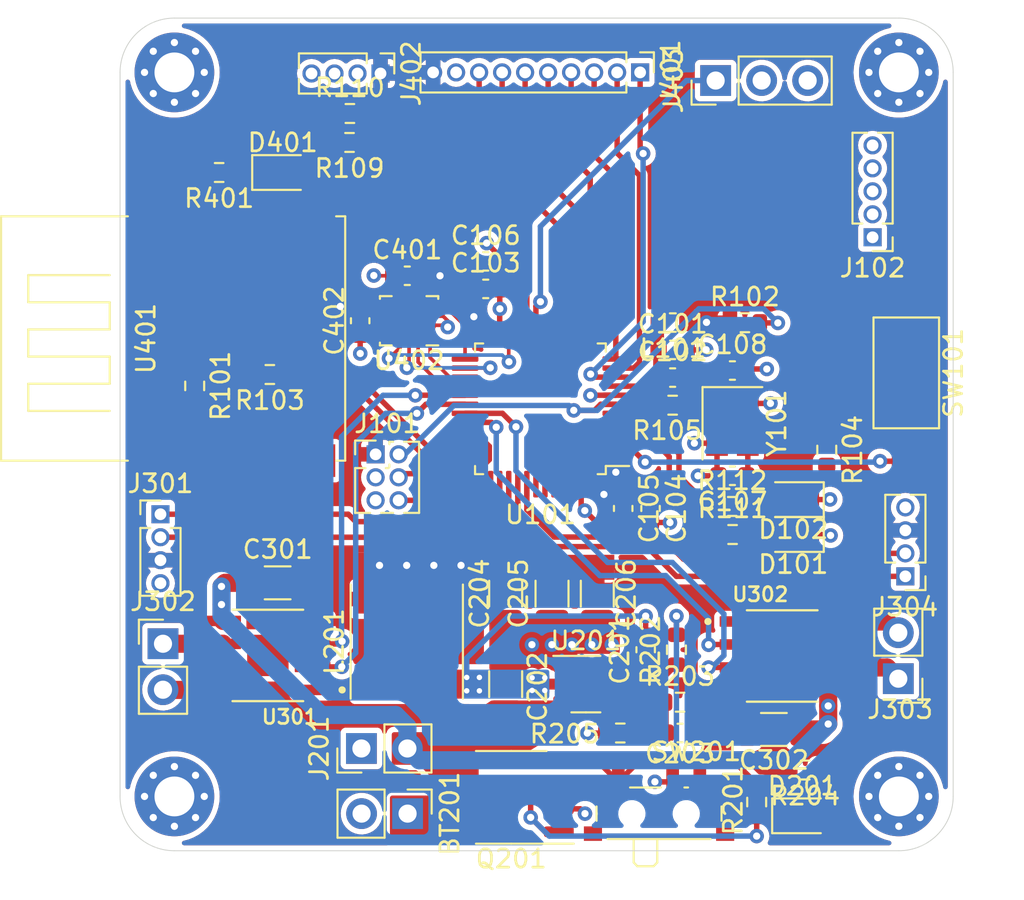
<source format=kicad_pcb>
(kicad_pcb (version 20211014) (generator pcbnew)
  (layers (0 "F.Cu" signal) (1 "In1.Cu" power) (2 "In2.Cu" power) (31 "B.Cu" signal) (34 "B.Paste" user) (35 "F.Paste" user) (36 "B.SilkS" user "B.Silkscreen") (37 "F.SilkS" user "F.Silkscreen") (38 "B.Mask" user) (39 "F.Mask" user) (44 "Edge.Cuts" user))
  (net 0 "")
  (net 1 "GND")
  (net 2 "+3V3")
  (net 3 "+3.3VA")
  (net 4 "OSC_IN")
  (net 5 "Net-(C108-Pad1)")
  (net 6 "+BATT")
  (net 7 "Net-(C201-Pad1)")
  (net 8 "Net-(C201-Pad2)")
  (net 9 "Net-(D102-Pad2)")
  (net 10 "Net-(D201-Pad2)")
  (net 11 "PA12")
  (net 12 "Net-(BT201-Pad1)")
  (net 13 "PA7")
  (net 14 "A_ENC_CHB")
  (net 15 "A_ENC_CHA")
  (net 16 "AOUT1")
  (net 17 "AOUT2")
  (net 18 "B_ENC_CHB")
  (net 19 "B_ENC_CHA")
  (net 20 "BOUT1")
  (net 21 "BOUT2")
  (net 22 "PA6")
  (net 23 "PB9")
  (net 24 "PB8")
  (net 25 "BATT_ADC")
  (net 26 "OSC_OUT")
  (net 27 "BOOT0")
  (net 28 "NRST")
  (net 29 "SWCLK")
  (net 30 "SWDIO")
  (net 31 "SENSOR_SEL")
  (net 32 "EN")
  (net 33 "I2C1_SDA")
  (net 34 "VFB")
  (net 35 "USER_BTN")
  (net 36 "I2C1_SCL")
  (net 37 "Net-(Q201-Pad1)")
  (net 39 "Net-(Q201-Pad4)")
  (net 40 "USER_LED1")
  (net 41 "USER_LED2")
  (net 43 "SPI1_SCK")
  (net 44 "SPI1_MISO")
  (net 45 "AIN1")
  (net 46 "AIN2")
  (net 47 "BIN2")
  (net 48 "BIN1")
  (net 49 "SPI1_MOSI")
  (net 52 "IMU_CS")
  (net 53 "USART1_TX")
  (net 54 "USART1_RX")
  (net 56 "IMU_INT")
  (net 62 "S5")
  (net 63 "S4")
  (net 64 "S3")
  (net 65 "S2")
  (net 66 "S1")
  (net 67 "S0")
  (net 68 "SENSOR_CTRL")
  (net 69 "Net-(D401-Pad1)")
  (net 71 "BT_LED")
  (net 72 "Net-(D101-Pad2)")
  (net 73 "EDF_PWM")
  (footprint "footprints:SOIC127P599X175-9N" (layer "F.Cu") (at 138.16 121.21 180)
    (fp_text reference "U301")
    (fp_text value "TB67H450FNG,EL")
  )
  (footprint "Capacitor_SMD:C_0603_1608Metric" (layer "F.Cu") (at 163.81 105.47)
    (fp_text reference "C108")
    (fp_text value "10pF")
  )
  (footprint "MountingHole:MountingHole_2.2mm_M2_Pad_Via" (layer "F.Cu") (at 133 89)
    (fp_text reference "H104" hide)
    (fp_text value "MountingHole_Pad")
  )
  (footprint "Capacitor_SMD:C_1206_3216Metric" (layer "F.Cu") (at 153.85 117.795 90)
    (fp_text reference "C205")
    (fp_text value "22uF")
  )
  (footprint "Connector_PinHeader_2.54mm:PinHeader_1x02_P2.54mm_Vertical" (layer "F.Cu") (at 145.875 129.95 -90)
    (fp_text reference "BT201")
    (fp_text value "2s-3s LiPo")
  )
  (footprint "Resistor_SMD:R_0603_1608Metric" (layer "F.Cu") (at 134.12 106.32 -90)
    (fp_text reference "R101")
    (fp_text value "10k")
  )
  (footprint "Capacitor_SMD:C_0603_1608Metric" (layer "F.Cu") (at 159.29 113.09 -90)
    (fp_text reference "C104")
    (fp_text value "100nF")
  )
  (footprint "Inductor_SMD:L_0603_1608Metric" (layer "F.Cu") (at 160.52 102.82 180)
    (fp_text reference "L101")
    (fp_text value "39nH")
  )
  (footprint "Connector_PinHeader_1.27mm:PinHeader_2x03_P1.27mm_Vertical" (layer "F.Cu") (at 144.11 110.1)
    (fp_text reference "J101")
    (fp_text value "SWD")
  )
  (footprint "MountingHole:MountingHole_2.2mm_M2_Pad_Via" (layer "F.Cu") (at 173 129)
    (fp_text reference "H102" hide)
    (fp_text value "MountingHole_Pad")
  )
  (footprint "Resistor_SMD:R_0603_1608Metric" (layer "F.Cu") (at 160.72 120.895 90)
    (fp_text reference "R202")
    (fp_text value "10k")
  )
  (footprint "Capacitor_SMD:C_0603_1608Metric" (layer "F.Cu") (at 157.78 113.09 -90)
    (fp_text reference "C105")
    (fp_text value "100nF")
  )
  (footprint "Connector_PinHeader_2.54mm:PinHeader_1x02_P2.54mm_Vertical" (layer "F.Cu") (at 132.37 120.565)
    (fp_text reference "J302")
    (fp_text value "MOTOR A")
  )
  (footprint "Resistor_SMD:R_0603_1608Metric" (layer "F.Cu") (at 163.8 112.98)
    (fp_text reference "R112")
    (fp_text value "200R")
  )
  (footprint "Resistor_SMD:R_0603_1608Metric" (layer "F.Cu") (at 142.67 92.87 180)
    (fp_text reference "R109")
    (fp_text value "2.2k")
  )
  (footprint "Package_QFP:LQFP-48_7x7mm_P0.5mm" (layer "F.Cu") (at 153.21 107.585 180)
    (fp_text reference "U101")
    (fp_text value "STM32F031C6Tx")
  )
  (footprint "Inductor_SMD:L_Taiyo-Yuden_NR-60xx" (layer "F.Cu") (at 145.83 120.445 90)
    (fp_text reference "L201")
    (fp_text value "SRP5030T-3R3M")
  )
  (footprint "Resistor_SMD:R_0603_1608Metric" (layer "F.Cu") (at 169.02 109.86 -90)
    (fp_text reference "R104")
    (fp_text value "10k")
  )
  (footprint "Capacitor_SMD:C_0603_1608Metric" (layer "F.Cu") (at 163.81 111.285 180)
    (fp_text reference "C107")
    (fp_text value "10pF")
  )
  (footprint "MountingHole:MountingHole_2.2mm_M2_Pad_Via" (layer "F.Cu") (at 173 89)
    (fp_text reference "H103" hide)
    (fp_text value "MountingHole_Pad")
  )
  (footprint "Button_Switch_SMD:SW_SPDT_PCM12" (layer "F.Cu") (at 159.76 129.625)
    (fp_text reference "SW201")
    (fp_text value "SW_SPDT")
  )
  (footprint "Connector_PinHeader_1.27mm:PinHeader_1x05_P1.27mm_Vertical" (layer "F.Cu") (at 171.55 98.11 180)
    (fp_text reference "J102")
    (fp_text value "IO")
  )
  (footprint "Capacitor_SMD:C_1206_3216Metric" (layer "F.Cu") (at 138.7 117.2)
    (fp_text reference "C301")
    (fp_text value "22uF")
  )
  (footprint "Resistor_SMD:R_0603_1608Metric" (layer "F.Cu") (at 167.83 127.54 180)
    (fp_text reference "R204")
    (fp_text value "200R")
  )
  (footprint "Resistor_SMD:R_0603_1608Metric" (layer "F.Cu") (at 157.62 125.495)
    (fp_text reference "R205")
    (fp_text value "22k")
  )
  (footprint "Connector_PinHeader_1.27mm:PinHeader_1x10_P1.27mm_Vertical" (layer "F.Cu") (at 158.715 89 -90)
    (fp_text reference "J401")
    (fp_text value "Sensor")
  )
  (footprint "Resistor_SMD:R_0603_1608Metric" (layer "F.Cu") (at 138.27 105.69 180)
    (fp_text reference "R103")
    (fp_text value "3.4k")
  )
  (footprint "Capacitor_SMD:C_1206_3216Metric" (layer "F.Cu") (at 156.35 117.795 90)
    (fp_text reference "C206")
    (fp_text value "22uF")
  )
  (footprint "Connector_PinHeader_2.54mm:PinHeader_1x02_P2.54mm_Vertical" (layer "F.Cu") (at 143.325 126.35 90)
    (fp_text reference "J201")
    (fp_text value "EDF PWR")
  )
  (footprint "footprints:SOIC127P599X175-9N" (layer "F.Cu") (at 166.56 121.24)
    (fp_text reference "U302")
    (fp_text value "TB67H450FNG,EL")
  )
  (footprint "Crystal:Crystal_SMD_3225-4Pin_3.2x2.5mm" (layer "F.Cu") (at 163.81 108.385 -90)
    (fp_text reference "Y101")
    (fp_text value "24 MHz")
  )
  (footprint "Package_LGA:LGA-14_3x2.5mm_P0.5mm_LayoutBorder3x4y" (layer "F.Cu") (at 145.9575 102.72 180)
    (fp_text reference "U402")
    (fp_text value "LSM6DS3")
  )
  (footprint "Capacitor_SMD:C_0603_1608Metric" (layer "F.Cu") (at 160.51 105.86)
    (fp_text reference "C102")
    (fp_text value "100nF")
  )
  (footprint "Connector_PinHeader_2.54mm:PinHeader_1x03_P2.54mm_Vertical" (layer "F.Cu") (at 162.885 89.45 90)
    (fp_text reference "J403")
    (fp_text value "EDF")
  )
  (footprint "Resistor_SMD:R_0603_1608Metric" (layer "F.Cu") (at 135.47 94.53 180)
    (fp_text reference "R401")
    (fp_text value "200R")
  )
  (footprint "Connector_PinHeader_2.54mm:PinHeader_1x02_P2.54mm_Vertical" (layer "F.Cu") (at 172.97 122.495 180)
    (fp_text reference "J303")
    (fp_text value "MOTOR B")
  )
  (footprint "Capacitor_SMD:C_1206_3216Metric" (layer "F.Cu") (at 151.29 122.795 -90)
    (fp_text reference "C202")
    (fp_text value "47uF")
  )
  (footprint "Package_SO:SOP-8_3.9x4.9mm_P1.27mm" (layer "F.Cu") (at 151.6 129.05 180)
    (fp_text reference "Q201")
    (fp_text value "RU30S15H")
  )
  (footprint "Resistor_SMD:R_0603_1608Metric" (layer "F.Cu") (at 163.82 114.53)
    (fp_text reference "R111")
    (fp_text value "200R")
  )
  (footprint "LED_SMD:LED_0805_2012Metric" (layer "F.Cu") (at 167.17 114.53 180)
    (fp_text reference "D101")
    (fp_text value "YELLOW")
  )
  (footprint "Resistor_SMD:R_0603_1608Metric" (layer "F.Cu") (at 160.92 123.795)
    (fp_text reference "R203")
    (fp_text value "100k")
  )
  (footprint "Capacitor_SMD:C_0603_1608Metric" (layer "F.Cu") (at 150.19 100.96)
    (fp_text reference "C103")
    (fp_text value "100nF")
  )
  (footprint "Connector_PinHeader_1.27mm:PinHeader_1x04_P1.27mm_Vertical" (layer "F.Cu") (at 144.38 89.06 -90)
    (fp_text reference "J402")
    (fp_text value "I2C")
  )
  (footprint "Button_Switch_SMD:SW_SPST_FSMSM" (layer "F.Cu") (at 173.41 105.6 -90)
    (fp_text reference "SW101")
    (fp_text value "USER_BTN")
  )
  (footprint "Capacitor_SMD:C_0603_1608Metric" (layer "F.Cu") (at 145.8575 100.235)
    (fp_text reference "C401")
    (fp_text value "100nF")
  )
  (footprint "footprints:HM-11" (layer "F.Cu") (at 130.93 103.7 90)
    (fp_text reference "U401")
    (fp_text value "HM-11")
  )
  (footprint "Capacitor_SMD:C_1206_3216Metric" (layer "F.Cu") (at 166.1 125.3 180)
    (fp_text reference "C302")
    (fp_text value "22uF")
  )
  (footprint "Capacitor_SMD:C_0603_1608Metric" (layer "F.Cu") (at 150.19 99.44)
    (fp_text reference "C106")
    (fp_text value "2.2uF")
  )
  (footprint "Package_TO_SOT_SMD:SOT-23-6" (layer "F.Cu") (at 155.72 122.795)
    (fp_text reference "U201")
    (fp_text value "TPS54302")
  )
  (footprint "LED_SMD:LED_0805_2012Metric" (layer "F.Cu") (at 167.69 130.07)
    (fp_text reference "D201")
    (fp_text value "GREEN")
  )
  (footprint "LED_SMD:LED_0805_2012Metric" (layer "F.Cu") (at 138.98 94.53)
    (fp_text reference "D401")
    (fp_text value "GREEN")
  )
  (footprint "Capacitor_SMD:C_1206_3216Metric" (layer "F.Cu") (at 151.29 117.795 90)
    (fp_text reference "C204")
    (fp_text value "22uF")
  )
  (footprint "Resistor_SMD:R_0603_1608Metric" (layer "F.Cu") (at 164.5 102.83)
    (fp_text reference "R102")
    (fp_text value "10k")
  )
  (footprint "Capacitor_SMD:C_0603_1608Metric" (layer "F.Cu") (at 159.02 120.895 90)
    (fp_text reference "C201")
    (fp_text value "100nF")
  )
  (footprint "LED_SMD:LED_0805_2012Metric" (layer "F.Cu") (at 167.17 112.6 180)
    (fp_text reference "D102")
    (fp_text value "BLUE")
  )
  (footprint "Connector_PinHeader_1.27mm:PinHeader_1x04_P1.27mm_Vertical" (layer "F.Cu") (at 173.36 116.84 180)
    (fp_text reference "J304")
    (fp_text value "ENC B")
  )
  (footprint "Resistor_SMD:R_0603_1608Metric" (layer "F.Cu") (at 142.69 91.27)
    (fp_text reference "R110")
    (fp_text value "2.2k")
  )
  (footprint "MountingHole:MountingHole_2.2mm_M2_Pad_Via" (layer "F.Cu") (at 133 129)
    (fp_text reference "H101" hide)
    (fp_text value "MountingHole_Pad")
  )
  (footprint "Connector_PinHeader_1.27mm:PinHeader_1x04_P1.27mm_Vertical" (layer "F.Cu") (at 132.23 113.41)
    (fp_text reference "J301")
    (fp_text value "ENC A")
  )
  (footprint "Capacitor_SMD:C_0603_1608Metric" (layer "F.Cu") (at 143.2575 102.72 90)
    (fp_text reference "C402")
    (fp_text value "100nF")
  )
  (footprint "Capacitor_SMD:C_0603_1608Metric" (layer "F.Cu") (at 160.51 104.33)
    (fp_text reference "C101")
    (fp_text value "1uF")
  )
  (footprint "Resistor_SMD:R_0603_1608Metric" (layer "F.Cu") (at 165.15 129.31 -90)
    (fp_text reference "R201")
    (fp_text value "10k")
  )
  (footprint "Capacitor_SMD:C_0603_1608Metric" (layer "F.Cu") (at 160.92 125.495 180)
    (fp_text reference "C203")
    (fp_text value "68pF")
  )
  (footprint "Resistor_SMD:R_0603_1608Metric" (layer "F.Cu") (at 160.51 107.385)
    (fp_text reference "R105")
    (fp_text value "10k")
  )
  (gr_line (start 173 86) (end 133 86) (layer "Edge.Cuts") (width 0.05))
  (gr_arc (start 130 89) (mid 130.87868 86.87868) (end 133 86) (layer "Edge.Cuts") (width 0.05))
  (gr_arc (start 173 86) (mid 175.12132 86.87868) (end 176 89) (layer "Edge.Cuts") (width 0.05))
  (gr_line (start 176 89) (end 176 129) (layer "Edge.Cuts") (width 0.05))
  (gr_line (start 130 89) (end 130 129) (layer "Edge.Cuts") (width 0.05))
  (gr_arc (start 176 129) (mid 175.12132 131.12132) (end 173 132) (layer "Edge.Cuts") (width 0.05))
  (gr_arc (start 133 132) (mid 130.87868 131.12132) (end 130 129) (layer "Edge.Cuts") (width 0.05))
  (gr_line (start 133 132) (end 173 132) (layer "Edge.Cuts") (width 0.05))
  (segment (start 162.35 104.33) (end 162.36 104.32) (width 0.3) (layer "F.Cu") (net 1))
  (segment (start 173.99 128.43) (end 173.96 128.46) (width 0.3) (layer "F.Cu") (net 1))
  (segment (start 145.4575 100.61) (end 145.0825 100.235) (width 0.2) (layer "F.Cu") (net 1))
  (segment (start 144.025 100.235) (end 144.01 100.22) (width 0.2) (layer "F.Cu") (net 1))
  (segment (start 150.96 102.07) (end 150.97 102.06) (width 0.3) (layer "F.Cu") (net 1))
  (segment (start 155.46 111.7475) (end 155.46 113.01) (width 0.3) (layer "F.Cu") (net 1))
  (segment (start 164.66 107.285) (end 164.66 105.545) (width 0.3) (layer "F.Cu") (net 1))
  (segment (start 164.66 105.545) (end 164.585 105.47) (width 0.3) (layer "F.Cu") (net 1))
  (segment (start 145.0825 100.235) (end 144.025 100.235) (width 0.2) (layer "F.Cu") (net 1))
  (segment (start 156.79 125.5) (end 156.795 125.495) (width 0.3) (layer "F.Cu") (net 1))
  (segment (start 172.055 127.355) (end 172.06 127.36) (width 0.3) (layer "F.Cu") (net 1))
  (segment (start 155.405 129.685) (end 155.67 129.95) (width 0.3) (layer "F.Cu") (net 1))
  (segment (start 168.1075 112.6) (end 169.19 112.6) (width 0.3) (layer "F.Cu") (net 1))
  (segment (start 143.2575 104.5275) (end 143.26 104.53) (width 0.3) (layer "F.Cu") (net 1))
  (segment (start 147.99 102.97) (end 148.09 103.07) (width 0.2) (layer "F.Cu") (net 1))
  (segment (start 161.285 104.33) (end 162.35 104.33) (width 0.3) (layer "F.Cu") (net 1))
  (segment (start 155.969842 106.839842) (end 155.974684 106.835) (width 0.3) (layer "F.Cu") (net 1))
  (segment (start 145.7575 100.9575) (end 145.4575 100.9575) (width 0.2) (layer "F.Cu") (net 1))
  (segment (start 162.96 109.485) (end 162.96 111.21) (width 0.3) (layer "F.Cu") (net 1))
  (segment (start 145.4575 101.8075) (end 145.4575 100.9575) (width 0.2) (layer "F.Cu") (net 1))
  (segment (start 155.8 125.5) (end 156.79 125.5) (width 0.3) (layer "F.Cu") (net 1))
  (segment (start 147.84 102.47) (end 148.09 102.72) (width 0.2) (layer "F.Cu") (net 1))
  (segment (start 145.9575 101.8075) (end 145.9575 101.1575) (width 0.2) (layer "F.Cu") (net 1))
  (segment (start 161.285 105.86) (end 161.285 104.33) (width 0.6) (layer "F.Cu") (net 1))
  (segment (start 165.91 107.285) (end 164.66 107.285) (width 0.3) (layer "F.Cu") (net 1))
  (segment (start 155.46 113.01) (end 155.66 113.21) (width 0.3) (layer "F.Cu") (net 1))
  (segment (start 150.965 99.44) (end 150.965 100.96) (width 0.3) (layer "F.Cu") (net 1))
  (segment (start 148.09 102.72) (end 148.09 103.07) (width 0.2) (layer "F.Cu") (net 1))
  (segment (start 164.585 105.47) (end 164.67 105.385) (width 0.3) (layer "F.Cu") (net 1))
  (segment (start 150.965 102.055) (end 150.97 102.06) (width 0.3) (layer "F.Cu") (net 1))
  (segment (start 163.035 111.285) (end 161.91 111.285) (width 0.3) (layer "F.Cu") (net 1))
  (segment (start 161.71 109.485) (end 162.96 109.485) (width 0.3) (layer "F.Cu") (net 1))
  (segment (start 160.36 113.87) (end 160.355 113.865) (width 0.3) (layer "F.Cu") (net 1))
  (segment (start 147.12 102.97) (end 147.99 102.97) (width 0.2) (layer "F.Cu") (net 1))
  (segment (start 150.24 98.43) (end 150.965 99.155) (width 0.3) (layer "F.Cu") (net 1))
  (segment (start 154.225 129.685) (end 155.405 129.685) (width 0.3) (layer "F.Cu") (net 1))
  (segment (start 162.96 111.21) (end 163.035 111.285) (width 0.3) (layer "F.Cu") (net 1))
  (segment (start 150.965 99.155) (end 150.965 99.44) (width 0.3) (layer "F.Cu") (net 1))
  (segment (start 155.974684 106.835) (end 157.3725 106.835) (width 0.3) (layer "F.Cu") (net 1))
  (segment (start 157.78 113.865) (end 156.315 113.865) (width 0.3) (layer "F.Cu") (net 1))
  (segment (start 147.12 102.47) (end 147.84 102.47) (width 0.2) (layer "F.Cu") (net 1))
  (segment (start 145.9575 101.1575) (end 145.7575 100.9575) (width 0.2) (layer "F.Cu") (net 1))
  (segment (start 169.19 112.6) (end 169.2 112.59) (width 0.3) (layer "F.Cu") (net 1))
  (segment (start 157.78 113.865) (end 159.29 113.865) (width 0.3) (layer "F.Cu") (net 1))
  (segment (start 160.51 128.195) (end 159.535 128.195) (width 0.3) (layer "F.Cu") (net 1))
  (segment (start 164.67 105.385) (end 165.71 105.385) (width 0.3) (layer "F.Cu") (net 1))
  (segment (start 143.2575 103.495) (end 143.2575 104.5275) (width 0.3) (layer "F.Cu") (net 1))
  (segment (start 156.315 113.865) (end 155.66 113.21) (width 0.3) (layer "F.Cu") (net 1))
  (segment (start 160.355 113.865) (end 159.29 113.865) (width 0.3) (layer "F.Cu") (net 1))
  (segment (start 150.96 103.4225) (end 150.96 102.07) (width 0.3) (layer "F.Cu") (net 1))
  (segment (start 168.1075 114.53) (end 169.18 114.53) (width 0.3) (layer "F.Cu") (net 1))
  (segment (start 169.18 114.53) (end 169.23 114.58) (width 0.3) (layer "F.Cu") (net 1))
  (segment (start 150.965 100.96) (end 150.965 102.055) (width 0.3) (layer "F.Cu") (net 1))
  (segment (start 159.535 128.195) (end 159.53 128.19) (width 0.3) (layer "F.Cu") (net 1))
  (segment (start 145.4575 100.9575) (end 145.4575 100.61) (width 0.2) (layer "F.Cu") (net 1))
  (via (at 154.945 120.615) (size 0.8) (drill 0.4) (layers "F.Cu" "B.Cu") (net 1))
  (via (at 160.36 113.87) (size 0.8) (drill 0.4) (layers "F.Cu" "B.Cu") (net 1))
  (via (at 155.8 125.5) (size 0.8) (drill 0.4) (layers "F.Cu" "B.Cu") (net 1))
  (via (at 159.53 128.19) (size 0.8) (drill 0.4) (layers "F.Cu" "B.Cu") (net 1))
  (via (at 157.15 120.615) (size 0.8) (drill 0.4) (layers "F.Cu" "B.Cu") (net 1))
  (via (at 162.36 104.32) (size 0.8) (drill 0.4) (layers "F.Cu" "B.Cu") (net 1))
  (via (at 169.2 112.59) (size 0.8) (drill 0.4) (layers "F.Cu" "B.Cu") (net 1))
  (via (at 161.91 111.285) (size 0.8) (drill 0.4) (layers "F.Cu" "B.Cu") (net 1))
  (via (at 155.969842 106.839842) (size 0.8) (drill 0.4) (layers "F.Cu" "B.Cu") (net 1))
  (via (at 148.09 103.07) (size 0.8) (drill 0.4) (layers "F.Cu" "B.Cu") (net 1))
  (via (at 169.23 114.58) (size 0.8) (drill 0.4) (layers "F.Cu" "B.Cu") (net 1))
  (via (at 152.74 120.615) (size 0.8) (drill 0.4) (layers "F.Cu" "B.Cu") (net 1))
  (via (at 161.71 109.485) (size 0.8) (drill 0.4) (layers "F.Cu" "B.Cu") (net 1))
  (via (at 155.66 113.21) (size 0.8) (drill 0.4) (layers "F.Cu" "B.Cu") (net 1))
  (via (at 165.91 107.285) (size 0.8) (drill 0.4) (layers "F.Cu" "B.Cu") (net 1))
  (via (at 153.8425 120.615) (size 0.8) (drill 0.4) (layers "F.Cu" "B.Cu") (net 1))
  (via (at 143.26 104.53) (size 0.8) (drill 0.4) (layers "F.Cu" "B.Cu") (net 1))
  (via (at 150.24 98.43) (size 0.8) (drill 0.4) (layers "F.Cu" "B.Cu") (net 1))
  (via (at 150.97 102.06) (size 0.8) (drill 0.4) (layers "F.Cu" "B.Cu") (net 1))
  (via (at 156.0475 120.615) (size 0.8) (drill 0.4) (layers "F.Cu" "B.Cu") (net 1))
  (via (at 165.71 105.385) (size 0.8) (drill 0.4) (layers "F.Cu" "B.Cu") (net 1))
  (via (at 155.67 129.95) (size 0.8) (drill 0.4) (layers "F.Cu" "B.Cu") (net 1))
  (via (at 144.01 100.22) (size 0.8) (drill 0.4) (layers "F.Cu" "B.Cu") (net 1))
  (segment (start 149.53375 102.49625) (end 150.46 103.4225) (width 0.3) (layer "F.Cu") (net 2))
  (segment (start 157.3725 111.9075) (end 157.78 112.315) (width 0.3) (layer "F.Cu") (net 2))
  (segment (start 149.415 99.44) (end 149.415 100.235) (width 0.3) (layer "F.Cu") (net 2))
  (segment (start 142.16 101.93) (end 143.2425 101.93) (width 0.3) (layer "F.Cu") (net 2))
  (segment (start 161.745 118.95) (end 159.115 116.32) (width 0.3) (layer "F.Cu") (net 2))
  (segment (start 159.29 112.315) (end 157.78 112.315) (width 0.3) (layer "F.Cu") (net 2))
  (segment (start 161.745 123.795) (end 161.745 125.445) (width 0.3) (layer "F.Cu") (net 2))
  (segment (start 156.715 112.315) (end 156.5275 112.315) (width 0.3) (layer "F.Cu") (net 2))
  (segment (start 146.6325 100.235) (end 147.665 100.235) (width 0.2) (layer "F.Cu") (net 2))
  (segment (start 157.78 112.315) (end 156.715 112.315) (width 0.3) (layer "F.Cu") (net 2))
  (segment (start 143.2425 101.93) (end 143.2575 101.945) (width 0.3) (layer "F.Cu") (net 2))
  (segment (start 157.3725 110.335) (end 157.3725 111.0875) (width 0.3) (layer "F.Cu") (net 2))
  (segment (start 149.415 100.235) (end 149.415 100.96) (width 0.3) (layer "F.Cu") (net 2))
  (segment (start 161.745 125.445) (end 161.695 125.495) (width 0.3) (layer "F.Cu") (net 2))
  (segment (start 143.2825 101.97) (end 143.2575 101.945) (width 0.2) (layer "F.Cu") (net 2))
  (segment (start 147.665 100.235) (end 149.415 100.235) (width 0.2) (layer "F.Cu") (net 2))
  (segment (start 159.115 116.32) (end 156.35 116.32) (width 0.3) (layer "F.Cu") (net 2))
  (segment (start 156.5275 112.315) (end 155.96 111.7475) (width 0.3) (layer "F.Cu") (net 2))
  (segment (start 144.795 101.97) (end 143.2825 101.97) (width 0.2) (layer "F.Cu") (net 2))
  (segment (start 146.4575 101.8075) (end 146.4575 100.41) (width 0.2) (layer "F.Cu") (net 2))
  (segment (start 163.675 102.83) (end 163.655 102.81) (width 0.6) (layer "F.Cu") (net 2))
  (segment (start 161.745 123.795) (end 161.745 118.95) (width 0.3) (layer "F.Cu") (net 2))
  (segment (start 157.3725 111.0875) (end 157.3725 111.9075) (width 0.3) (layer "F.Cu") (net 2))
  (segment (start 146.4575 100.41) (end 146.6325 100.235) (width 0.2) (layer "F.Cu") (net 2))
  (segment (start 162.38 102.81) (end 161.3175 102.81) (width 0.6) (layer "F.Cu") (net 2))
  (segment (start 149.415 100.96) (end 149.415 102.3775) (width 0.3) (layer "F.Cu") (net 2))
  (segment (start 163.655 102.81) (end 162.38 102.81) (width 0.6) (layer "F.Cu") (net 2))
  (segment (start 161.3175 102.81) (end 161.3075 102.82) (width 0.3) (layer "F.Cu") (net 2))
  (segment (start 149.415 102.3775) (end 149.53375 102.49625) (width 0.3) (layer "F.Cu") (net 2))
  (via (at 148.825 116.235) (size 0.8) (drill 0.4) (layers "F.Cu" "B.Cu") (net 2))
  (via (at 145.825 116.235) (size 0.8) (drill 0.4) (layers "F.Cu" "B.Cu") (net 2))
  (via (at 147.665 100.235) (size 0.8) (drill 0.4) (layers "F.Cu" "B.Cu") (net 2))
  (via (at 162.38 102.81) (size 0.8) (drill 0.4) (layers "F.Cu" "B.Cu") (net 2))
  (via (at 149.53375 102.49625) (size 0.8) (drill 0.4) (layers "F.Cu" "B.Cu") (net 2))
  (via (at 157.3725 111.0875) (size 0.8) (drill 0.4) (layers "F.Cu" "B.Cu") (net 2))
  (via (at 144.325 116.235) (size 0.8) (drill 0.4) (layers "F.Cu" "B.Cu") (net 2))
  (via (at 147.325 116.235) (size 0.8) (drill 0.4) (layers "F.Cu" "B.Cu") (net 2))
  (via (at 156.715 112.315) (size 0.8) (drill 0.4) (layers "F.Cu" "B.Cu") (net 2))
  (via (at 142.16 101.93) (size 0.8) (drill 0.4) (layers "F.Cu" "B.Cu") (net 2))
  (segment (start 159.735 104.33) (end 159.735 102.8225) (width 0.6) (layer "F.Cu") (net 3))
  (segment (start 157.3725 106.335) (end 159.26 106.335) (width 0.3) (layer "F.Cu") (net 3))
  (segment (start 159.26 106.335) (end 159.735 105.86) (width 0.3) (layer "F.Cu") (net 3))
  (segment (start 159.735 102.8225) (end 159.7325 102.82) (width 0.3) (layer "F.Cu") (net 3))
  (segment (start 159.735 105.86) (end 159.735 104.33) (width 0.6) (layer "F.Cu") (net 3))
  (segment (start 164.66 109.085978) (end 164.66 109.485) (width 0.3) (layer "F.Cu") (net 4))
  (segment (start 164.66 111.21) (end 164.585 111.285) (width 0.3) (layer "F.Cu") (net 4))
  (segment (start 163.909022 108.335) (end 164.66 109.085978) (width 0.3) (layer "F.Cu") (net 4))
  (segment (start 157.3725 108.335) (end 163.909022 108.335) (width 0.3) (layer "F.Cu") (net 4))
  (segment (start 164.66 109.485) (end 164.66 111.21) (width 0.3) (layer "F.Cu") (net 4))
  (segment (start 162.96 107.285) (end 162.96 105.545) (width 0.3) (layer "F.Cu") (net 5))
  (segment (start 162.96 105.545) (end 163.035 105.47) (width 0.3) (layer "F.Cu") (net 5))
  (segment (start 162.86 107.385) (end 162.96 107.285) (width 0.3) (layer "F.Cu") (net 5))
  (segment (start 161.335 107.385) (end 162.86 107.385) (width 0.3) (layer "F.Cu") (net 5))
  (segment (start 135.6 119.215) (end 135.69 119.305) (width 1) (layer "F.Cu") (net 6))
  (segment (start 135.6 117.4) (end 135.6 118.4) (width 1) (layer "F.Cu") (net 6))
  (segment (start 168.8 125.3) (end 169.1 125) (width 1) (layer "F.Cu") (net 6))
  (segment (start 169.1 125) (end 169.1 124) (width 1) (layer "F.Cu") (net 6))
  (segment (start 160.72 120.07) (end 160.72 119.035) (width 0.3) (layer "F.Cu") (net 6))
  (segment (start 135.8 117.2) (end 135.6 117.4) (width 1) (layer "F.Cu") (net 6))
  (segment (start 167.575 125.3) (end 168.8 125.3) (width 1) (layer "F.Cu") (net 6))
  (segment (start 169.1 124) (end 169.1 123.215) (width 1) (layer "F.Cu") (net 6))
  (segment (start 169.1 123.215) (end 169.03 123.145) (width 1) (layer "F.Cu") (net 6))
  (segment (start 137.225 117.2) (end 135.8 117.2) (width 1) (layer "F.Cu") (net 6))
  (segment (start 135.6 118.4) (end 135.6 119.215) (width 1) (layer "F.Cu") (net 6))
  (via (at 160.72 119.035) (size 0.8) (drill 0.4) (layers "F.Cu" "B.Cu") (net 6))
  (via (at 169.1 124) (size 0.8) (drill 0.4) (layers "F.Cu" "B.Cu") (net 6))
  (via (at 135.6 117.4) (size 0.8) (drill 0.4) (layers "F.Cu" "B.Cu") (net 6))
  (via (at 135.6 118.4) (size 0.8) (drill 0.4) (layers "F.Cu" "B.Cu") (net 6))
  (via (at 169.1 125) (size 0.8) (drill 0.4) (layers "F.Cu" "B.Cu") (net 6))
  (segment (start 145.865 125.147919) (end 145.865 126.35) (width 1) (layer "B.Cu") (net 6))
  (segment (start 160.72 126.92) (end 160.8 127) (width 0.3) (layer "B.Cu") (net 6))
  (segment (start 160.8 127) (end 167.1 127) (width 1) (layer "B.Cu") (net 6))
  (segment (start 146.515 127) (end 160.8 127) (width 1) (layer "B.Cu") (net 6))
  (segment (start 145.217081 124.5) (end 145.865 125.147919) (width 1) (layer "B.Cu") (net 6))
  (segment (start 145.865 126.35) (end 146.515 127) (width 1) (layer "B.Cu") (net 6))
  (segment (start 167.1 127) (end 169.1 125) (width 1) (layer "B.Cu") (net 6))
  (segment (start 141.1 124.5) (end 145.217081 124.5) (width 1) (layer "B.Cu") (net 6))
  (segment (start 141.1 124.5) (end 135.6 119) (width 1) (layer "B.Cu") (net 6))
  (segment (start 135.6 119) (end 135.6 117.4) (width 1) (layer "B.Cu") (net 6))
  (segment (start 160.72 119.035) (end 160.72 126.92) (width 0.3) (layer "B.Cu") (net 6))
  (segment (start 156.8575 121.845) (end 158.845 121.845) (width 0.3) (layer "F.Cu") (net 7))
  (segment (start 158.845 121.845) (end 159.02 121.67) (width 0.3) (layer "F.Cu") (net 7))
  (segment (start 159.02 120.12) (end 159.02 119.035) (width 0.3) (layer "F.Cu") (net 8))
  (via (at 153.45 122.445) (size 0.5) (drill 0.3) (layers "F.Cu" "B.Cu") (net 8))
  (via (at 152.75 123.145) (size 0.5) (drill 0.3) (layers "F.Cu" "B.Cu") (net 8))
  (via (at 153.45 123.145) (size 0.5) (drill 0.3) (layers "F.Cu" "B.Cu") (net 8))
  (via (at 152.75 122.445) (size 0.5) (drill 0.3) (layers "F.Cu" "B.Cu") (net 8))
  (via (at 149.84 122.425) (size 0.5) (drill 0.3) (layers "F.Cu" "B.Cu") (net 8))
  (via (at 149.14 122.425) (size 0.5) (drill 0.3) (layers "F.Cu" "B.Cu") (net 8))
  (via (at 149.84 123.165) (size 0.5) (drill 0.3) (layers "F.Cu" "B.Cu") (net 8))
  (via (at 149.14 123.165) (size 0.5) (drill 0.3) (layers "F.Cu" "B.Cu") (net 8))
  (via (at 159.02 119.035) (size 0.8) (drill 0.4) (layers "F.Cu" "B.Cu") (net 8))
  (segment (start 159.02 119.035) (end 151.46 119.035) (width 0.3) (layer "B.Cu") (net 8))
  (segment (start 149.14 121.355) (end 149.14 122.425) (width 0.3) (layer "B.Cu") (net 8))
  (segment (start 151.46 119.035) (end 149.14 121.355) (width 0.3) (layer "B.Cu") (net 8))
  (segment (start 165.8525 112.98) (end 166.2325 112.6) (width 0.3) (layer "F.Cu") (net 9))
  (segment (start 164.625 112.98) (end 165.8525 112.98) (width 0.3) (layer "F.Cu") (net 9))
  (segment (start 151.46 113.26) (end 151.46 111.7475) (width 0.3) (layer "F.Cu") (net 14))
  (segment (start 150.04 114.68) (end 151.46 113.26) (width 0.3) (layer "F.Cu") (net 14))
  (segment (start 132.23 114.68) (end 150.04 114.68) (width 0.3) (layer "F.Cu") (net 14))
  (segment (start 150.96 111.7475) (end 150.96 112.663572) (width 0.3) (layer "F.Cu") (net 15))
  (segment (start 150.96 112.663572) (end 149.803572 113.82) (width 0.3) (layer "F.Cu") (net 15))
  (segment (start 143.01 113.82) (end 142.6 113.41) (width 0.3) (layer "F.Cu") (net 15))
  (segment (start 142.6 113.41) (end 132.23 113.41) (width 0.3) (layer "F.Cu") (net 15))
  (segment (start 149.803572 113.82) (end 143.01 113.82) (width 0.3) (layer "F.Cu") (net 15))
  (segment (start 132.37 120.565) (end 135.68 120.565) (width 1) (layer "F.Cu") (net 16))
  (segment (start 135.68 120.565) (end 135.69 120.575) (width 1) (layer "F.Cu") (net 16))
  (segment (start 132.38 123.115) (end 132.37 123.105) (width 1) (layer "F.Cu") (net 17))
  (segment (start 135.69 123.115) (end 132.38 123.115) (width 1) (layer "F.Cu") (net 17))
  (segment (start 173.36 115.57) (end 169.32 115.57) (width 0.3) (layer "F.Cu") (net 18))
  (segment (start 153.97 114.67) (end 152.46 113.16) (width 0.3) (layer "F.Cu") (net 18))
  (segment (start 159.89 114.67) (end 153.97 114.67) (width 0.3) (layer "F.Cu") (net 18))
  (segment (start 169 115.89) (end 161.11 115.89) (width 0.3) (layer "F.Cu") (net 18))
  (segment (start 169.32 115.57) (end 169 115.89) (width 0.3) (layer "F.Cu") (net 18))
  (segment (start 161.11 115.89) (end 159.89 114.67) (width 0.3) (layer "F.Cu") (net 18))
  (segment (start 152.46 113.16) (end 152.46 111.7475) (width 0.3) (layer "F.Cu") (net 18))
  (segment (start 160.72 116.84) (end 173.36 116.84) (width 0.3) (layer "F.Cu") (net 19))
  (segment (start 159.08 115.2) (end 160.72 116.84) (width 0.3) (layer "F.Cu") (net 19))
  (segment (start 151.96 113.64) (end 153.52 115.2) (width 0.3) (layer "F.Cu") (net 19))
  (segment (start 153.52 115.2) (end 159.08 115.2) (width 0.3) (layer "F.Cu") (net 19))
  (segment (start 151.96 111.7475) (end 151.96 113.64) (width 0.3) (layer "F.Cu") (net 19))
  (segment (start 169.03 121.875) (end 172.35 121.875) (width 1) (layer "F.Cu") (net 20))
  (segment (start 172.35 121.875) (end 172.97 122.495) (width 1) (layer "F.Cu") (net 20))
  (segment (start 169.03 119.335) (end 172.35 119.335) (width 1) (layer "F.Cu") (net 21))
  (segment (start 172.35 119.335) (end 172.97 119.955) (width 1) (layer "F.Cu") (net 21))
  (segment (start 157.3725 107.835) (end 159.235 107.835) (width 0.3) (layer "F.Cu") (net 26))
  (segment (start 159.235 107.835) (end 159.685 107.385) (width 0.3) (layer "F.Cu") (net 26))
  (segment (start 155.05 107.67) (end 156.199639 107.67) (width 0.3) (layer "F.Cu") (net 28))
  (segment (start 165.335 102.84) (end 165.325 102.83) (width 0.3) (layer "F.Cu") (net 28))
  (segment (start 166.32 102.84) (end 165.335 102.84) (width 0.3) (layer "F.Cu") (net 28))
  (segment (start 156.199639 107.67) (end 156.534639 107.335) (width 0.3) (layer "F.Cu") (net 28))
  (segment (start 156.534639 107.335) (end 157.3725 107.335) (width 0.3) (layer "F.Cu") (net 28))
  (via (at 155.05 107.67) (size 0.8) (drill 0.4) (layers "F.Cu" "B.Cu") (net 28))
  (via (at 166.32 102.84) (size 0.8) (drill 0.4) (layers "F.Cu" "B.Cu") (net 28))
  (segment (start 166.32 102.84) (end 165.540489 102.060489) (width 0.3) (layer "B.Cu") (net 28))
  (segment (start 161.959511 102.060489) (end 156.35 107.67) (width 0.3) (layer "B.Cu") (net 28))
  (segment (start 155.05 107.67) (end 154.78 107.4) (width 0.3) (layer "B.Cu") (net 28))
  (segment (start 148.43 107.4) (end 145.73 110.1) (width 0.3) (layer "B.Cu") (net 28))
  (segment (start 145.73 110.1) (end 145.38 110.1) (width 0.3) (layer "B.Cu") (net 28))
  (segment (start 165.540489 102.060489) (end 161.959511 102.060489) (width 0.3) (layer "B.Cu") (net 28))
  (segment (start 154.78 107.4) (end 148.43 107.4) (width 0.3) (layer "B.Cu") (net 28))
  (segment (start 156.35 107.67) (end 155.05 107.67) (width 0.3) (layer "B.Cu") (net 28))
  (segment (start 146.8 112.64) (end 145.38 112.64) (width 0.3) (layer "F.Cu") (net 29))
  (segment (start 147.6925 111.7475) (end 146.8 112.64) (width 0.3) (layer "F.Cu") (net 29))
  (segment (start 150.46 111.7475) (end 147.6925 111.7475) (width 0.3) (layer "F.Cu") (net 29))
  (segment (start 149.61 111.17) (end 145.58 111.17) (width 0.3) (layer "F.Cu") (net 30))
  (segment (start 149.0475 109.335) (end 150.065 109.335) (width 0.3) (layer "F.Cu") (net 30))
  (segment (start 150.39 109.66) (end 150.39 110.39) (width 0.3) (layer "F.Cu") (net 30))
  (segment (start 150.065 109.335) (end 150.39 109.66) (width 0.3) (layer "F.Cu") (net 30))
  (segment (start 150.39 110.39) (end 149.61 111.17) (width 0.3) (layer "F.Cu") (net 30))
  (segment (start 145.58 111.17) (end 145.38 111.37) (width 0.3) (layer "F.Cu") (net 30))
  (segment (start 151.095 96.345) (end 151.095 89) (width 0.3) (layer "F.Cu") (net 31))
  (segment (start 152.46 103.4225) (end 152.46 97.71) (width 0.3) (layer "F.Cu") (net 31))
  (segment (start 152.46 97.71) (end 151.095 96.345) (width 0.3) (layer "F.Cu") (net 31))
  (segment (start 156.8575 122.795) (end 159.645 122.795) (width 0.3) (layer "F.Cu") (net 32))
  (segment (start 159.645 122.795) (end 160.72 121.72) (width 0.3) (layer "F.Cu") (net 32))
  (segment (start 142.59048 97.90952) (end 142.59048 95.02048) (width 0.3) (layer "F.Cu") (net 33))
  (segment (start 149.0475 110.335) (end 146.938573 110.335) (width 0.3) (layer "F.Cu") (net 33))
  (segment (start 140.43 100.07) (end 142.59048 97.90952) (width 0.3) (layer "F.Cu") (net 33))
  (segment (start 146.938573 110.335) (end 140.43 103.826427) (width 0.3) (layer "F.Cu") (net 33))
  (segment (start 140.43 103.826427) (end 140.43 100.07) (width 0.3) (layer "F.Cu") (net 33))
  (segment (start 156.8575 123.745) (end 160.045 123.745) (width 0.3) (layer "F.Cu") (net 34))
  (segment (start 160.145 123.845) (end 160.095 123.795) (width 0.3) (layer "F.Cu") (net 34))
  (segment (start 158.445 125.495) (end 160.145 125.495) (width 0.3) (layer "F.Cu") (net 34))
  (segment (start 160.045 123.745) (end 160.095 123.795) (width 0.3) (layer "F.Cu") (net 34))
  (segment (start 160.145 125.495) (end 160.145 123.845) (width 0.3) (layer "F.Cu") (net 34))
  (segment (start 158.295 109.835) (end 158.99 110.53) (width 0.3) (layer "F.Cu") (net 35))
  (segment (start 171.96 110.48) (end 173.12 110.48) (width 0.3) (layer "F.Cu") (net 35))
  (segment (start 157.3725 109.835) (end 158.295 109.835) (width 0.3) (layer "F.Cu") (net 35))
  (segment (start 173.12 110.48) (end 173.41 110.19) (width 0.3) (layer "F.Cu") (net 35))
  (via (at 158.99 110.53) (size 0.8) (drill 0.4) (layers "F.Cu" "B.Cu") (net 35))
  (via (at 171.96 110.48) (size 0.8) (drill 0.4) (layers "F.Cu" "B.Cu") (net 35))
  (segment (start 158.99 110.53) (end 171.91 110.53) (width 0.3) (layer "B.Cu") (net 35))
  (segment (start 171.91 110.53) (end 171.96 110.48) (width 0.3) (layer "B.Cu") (net 35))
  (segment (start 141.14 103.83) (end 141.14 100.3) (width 0.3) (layer "F.Cu") (net 36))
  (segment (start 147.145 109.835) (end 141.14 103.83) (width 0.3) (layer "F.Cu") (net 36))
  (segment (start 143.09 94.115) (end 141.845 92.87) (width 0.3) (layer "F.Cu") (net 36))
  (segment (start 149.0475 109.835) (end 147.145 109.835) (width 0.3) (layer "F.Cu") (net 36))
  (segment (start 141.14 100.3) (end 143.09 98.35) (width 0.3) (layer "F.Cu") (net 36))
  (segment (start 143.09 98.35) (end 143.09 94.115) (width 0.3) (layer "F.Cu") (net 36))
  (segment (start 153.255 128.415) (end 154.225 128.415) (width 0.3) (layer "F.Cu") (net 37))
  (segment (start 154.225 130.955) (end 153.465 130.955) (width 0.3) (layer "F.Cu") (net 37))
  (segment (start 152.67 130.16) (end 152.67 129) (width 0.3) (layer "F.Cu") (net 37))
  (segment (start 152.67 129) (end 153.255 128.415) (width 0.3) (layer "F.Cu") (net 37))
  (segment (start 165.15 130.135) (end 165.15 131.19) (width 0.3) (layer "F.Cu") (net 37))
  (segment (start 153.465 130.955) (end 152.67 130.16) (width 0.3) (layer "F.Cu") (net 37))
  (via (at 152.67 130.16) (size 0.8) (drill 0.4) (layers "F.Cu" "B.Cu") (net 37))
  (via (at 165.15 131.19) (size 0.8) (drill 0.4) (layers "F.Cu" "B.Cu") (net 37))
  (segment (start 153.7 131.19) (end 165.15 131.19) (width 0.3) (layer "B.Cu") (net 37))
  (segment (start 152.67 130.16) (end 153.7 131.19) (width 0.3) (layer "B.Cu") (net 37))
  (segment (start 156.46 127.145) (end 157.51 128.195) (width 0.3) (layer "F.Cu") (net 39))
  (segment (start 157.51 128.195) (end 158.795 126.91) (width 0.3) (layer "F.Cu") (net 39))
  (segment (start 154.225 127.145) (end 156.46 127.145) (width 0.3) (layer "F.Cu") (net 39))
  (segment (start 158.795 126.91) (end 163.75 126.91) (width 0.3) (layer "F.Cu") (net 39))
  (segment (start 163.75 126.91) (end 165.15 128.31) (width 0.3) (layer "F.Cu") (net 39))
  (segment (start 165.15 128.31) (end 165.15 128.485) (width 0.3) (layer "F.Cu") (net 39))
  (segment (start 160.32 111.855) (end 162.995 114.53) (width 0.3) (layer "F.Cu") (net 40))
  (segment (start 160.32 110.226428) (end 160.32 111.855) (width 0.3) (layer "F.Cu") (net 40))
  (segment (start 162.995 114.53) (end 162.995 114.485) (width 0.3) (layer "F.Cu") (net 40))
  (segment (start 159.428572 109.335) (end 160.32 110.226428) (width 0.3) (layer "F.Cu") (net 40))
  (segment (start 157.3725 109.335) (end 159.428572 109.335) (width 0.3) (layer "F.Cu") (net 40))
  (segment (start 162.995 114.485) (end 162.995 114.355) (width 0.3) (layer "F.Cu") (net 40))
  (segment (start 160.86 110.06) (end 159.635 108.835) (width 0.3) (layer "F.Cu") (net 41))
  (segment (start 162.54503 112.98) (end 160.86 111.29497) (width 0.3) (layer "F.Cu") (net 41))
  (segment (start 162.975 112.98) (end 162.54503 112.98) (width 0.3) (layer "F.Cu") (net 41))
  (segment (start 160.86 111.29497) (end 160.86 110.06) (width 0.3) (layer "F.Cu") (net 41))
  (segment (start 159.635 108.835) (end 157.3725 108.835) (width 0.3) (layer "F.Cu") (net 41))
  (segment (start 149.0475 105.335) (end 150.425 105.335) (width 0.2) (layer "F.Cu") (net 43))
  (segment (start 150.425 105.335) (end 150.44 105.32) (width 0.2) (layer "F.Cu") (net 43))
  (segment (start 145.9575 105.192111) (end 145.9575 103.6325) (width 0.2) (layer "F.Cu") (net 43))
  (segment (start 145.834343 105.315268) (end 145.9575 105.192111) (width 0.2) (layer "F.Cu") (net 43))
  (via (at 145.834343 105.315268) (size 0.8) (drill 0.4) (layers "F.Cu" "B.Cu") (net 43))
  (via (at 150.44 105.32) (size 0.8) (drill 0.4) (layers "F.Cu" "B.Cu") (net 43))
  (segment (start 150.44 105.32) (end 145.839075 105.32) (width 0.2) (layer "B.Cu") (net 43))
  (segment (start 145.839075 105.32) (end 145.834343 105.315268) (width 0.2) (layer "B.Cu") (net 43))
  (segment (start 148.195 105.835) (end 149.0475 105.835) (width 0.2) (layer "F.Cu") (net 44))
  (segment (start 147.12 104.76) (end 148.195 105.835) (width 0.2) (layer "F.Cu") (net 44))
  (segment (start 147.12 103.47) (end 147.12 104.76) (width 0.2) (layer "F.Cu") (net 44))
  (segment (start 146.305 106.835) (end 146.3 106.84) (width 0.3) (layer "F.Cu") (net 45))
  (segment (start 142.115 120.575) (end 142.26 120.43) (width 0.3) (layer "F.Cu") (net 45))
  (segment (start 149.0475 106.835) (end 146.305 106.835) (width 0.3) (layer "F.Cu") (net 45))
  (segment (start 140.63 120.575) (end 142.115 120.575) (width 0.3) (layer "F.Cu") (net 45))
  (via (at 146.3 106.84) (size 0.8) (drill 0.4) (layers "F.Cu" "B.Cu") (net 45))
  (via (at 142.26 120.43) (size 0.8) (drill 0.4) (layers "F.Cu" "B.Cu") (net 45))
  (segment (start 142.23 120.4) (end 142.23 109.13) (width 0.3) (layer "B.Cu") (net 45))
  (segment (start 142.26 120.43) (end 142.23 120.4) (width 0.3) (layer "B.Cu") (net 45))
  (segment (start 142.23 109.13) (end 144.52 106.84) (width 0.3) (layer "B.Cu") (net 45))
  (segment (start 144.52 106.84) (end 146.3 106.84) (width 0.3) (layer "B.Cu") (net 45))
  (segment (start 146.888194 107.335) (end 149.0475 107.335) (width 0.3) (layer "F.Cu") (net 46))
  (segment (start 146.387531 107.835663) (end 146.888194 107.335) (width 0.3) (layer "F.Cu") (net 46))
  (segment (start 142.235 121.845) (end 142.24 121.84) (width 0.3) (layer "F.Cu") (net 46))
  (segment (start 140.63 121.845) (end 142.235 121.845) (width 0.3) (layer "F.Cu") (net 46))
  (via (at 146.387531 107.835663) (size 0.8) (drill 0.4) (layers "F.Cu" "B.Cu") (net 46))
  (via (at 142.24 121.84) (size 0.8) (drill 0.4) (layers "F.Cu" "B.Cu") (net 46))
  (segment (start 143.009511 121.070489) (end 142.24 121.84) (width 0.3) (layer "B.Cu") (net 46))
  (segment (start 146.387531 107.835663) (end 144.674337 107.835663) (width 0.3) (layer "B.Cu") (net 46))
  (segment (start 143.009511 109.500489) (end 143.009511 121.070489) (width 0.3) (layer "B.Cu") (net 46))
  (segment (start 144.674337 107.835663) (end 143.009511 109.500489) (width 0.3) (layer "B.Cu") (net 46))
  (segment (start 150.505 108.335) (end 149.0475 108.335) (width 0.3) (layer "F.Cu") (net 47))
  (segment (start 150.77 108.6) (end 150.505 108.335) (width 0.3) (layer "F.Cu") (net 47))
  (segment (start 162.5095 120.605) (end 162.4945 120.62) (width 0.3) (layer "F.Cu") (net 47))
  (segment (start 164.09 120.605) (end 162.5095 120.605) (width 0.3) (layer "F.Cu") (net 47))
  (via (at 150.77 108.6) (size 0.8) (drill 0.4) (layers "F.Cu" "B.Cu") (net 47))
  (via (at 162.4945 120.62) (size 0.8) (drill 0.4) (layers "F.Cu" "B.Cu") (net 47))
  (segment (start 162.4945 119.1645) (end 162.4945 120.62) (width 0.3) (layer "B.Cu") (net 47))
  (segment (start 160.13 116.8) (end 162.4945 119.1645) (width 0.3) (layer "B.Cu") (net 47))
  (segment (start 150.77 111.08) (end 156.49 116.8) (width 0.3) (layer "B.Cu") (net 47))
  (segment (start 156.49 116.8) (end 160.13 116.8) (width 0.3) (layer "B.Cu") (net 47))
  (segment (start 150.77 108.6) (end 150.77 111.08) (width 0.3) (layer "B.Cu") (net 47))
  (segment (start 162.4995 121.875) (end 162.4945 121.88) (width 0.3) (layer "F.Cu") (net 48))
  (segment (start 164.09 121.875) (end 162.4995 121.875) (width 0.3) (layer "F.Cu") (net 48))
  (segment (start 151.115 107.835) (end 149.0475 107.835) (width 0.3) (layer "F.Cu") (net 48))
  (segment (start 151.86 108.58) (end 151.115 107.835) (width 0.3) (layer "F.Cu") (net 48))
  (via (at 162.4945 121.88) (size 0.8) (drill 0.4) (layers "F.Cu" "B.Cu") (net 48))
  (via (at 151.86 108.58) (size 0.8) (drill 0.4) (layers "F.Cu" "B.Cu") (net 48))
  (segment (start 151.86 111.01) (end 151.86 108.58) (width 0.3) (layer "B.Cu") (net 48))
  (segment (start 163.34 118.92) (end 160.49 116.07) (width 0.3) (layer "B.Cu") (net 48))
  (segment (start 163.34 121.21) (end 163.34 118.92) (width 0.3) (layer "B.Cu") (net 48))
  (segment (start 162.67 121.88) (end 163.34 121.21) (width 0.3) (layer "B.Cu") (net 48))
  (segment (start 162.4945 121.88) (end 162.67 121.88) (width 0.3) (layer "B.Cu") (net 48))
  (segment (start 160.49 116.07) (end 156.92 116.07) (width 0.3) (layer "B.Cu") (net 48))
  (segment (start 156.92 116.07) (end 151.86 111.01) (width 0.3) (layer "B.Cu") (net 48))
  (segment (start 147.795 106.335) (end 146.4575 104.9975) (width 0.2) (layer "F.Cu") (net 49))
  (segment (start 149.0475 106.335) (end 147.795 106.335) (width 0.2) (layer "F.Cu") (net 49))
  (segment (start 146.4575 104.9975) (end 146.4575 103.6325) (width 0.2) (layer "F.Cu") (net 49))
  (segment (start 144.86 104.8) (end 145.4575 104.2025) (width 0.2) (layer "F.Cu") (net 52))
  (segment (start 145.4575 104.2025) (end 145.4575 103.6325) (width 0.2) (layer "F.Cu") (net 52))
  (segment (start 151.46 103.4225) (end 151.46 104.98) (width 0.2) (layer "F.Cu") (net 52))
  (segment (start 151.46 104.98) (end 151.47 104.99) (width 0.2) (layer "F.Cu") (net 52))
  (segment (start 144.85 104.8) (end 144.86 104.8) (width 0.2) (layer "F.Cu") (net 52))
  (via (at 151.47 104.99) (size 0.8) (drill 0.4) (layers "F.Cu" "B.Cu") (net 52))
  (via (at 144.85 104.8) (size 0.8) (drill 0.4) (layers "F.Cu" "B.Cu") (net 52))
  (segment (start 151.47 104.99) (end 151.095757 104.615757) (width 0.2) (layer "B.Cu") (net 52))
  (segment (start 151.095757 104.615757) (end 145.034243 104.615757) (width 0.2) (layer "B.Cu") (net 52))
  (segment (start 145.034243 104.615757) (end 144.85 104.8) (width 0.2) (layer "B.Cu") (net 52))
  (segment (start 148.01 101.97) (end 149.0475 103.0075) (width 0.2) (layer "F.Cu") (net 56))
  (segment (start 149.0475 103.0075) (end 149.0475 104.835) (width 0.2) (layer "F.Cu") (net 56))
  (segment (start 147.12 101.97) (end 148.01 101.97) (width 0.2) (layer "F.Cu") (net 56))
  (segment (start 154.96 103.4225) (end 154.96 98.25) (width 0.3) (layer "F.Cu") (net 62))
  (segment (start 152.365 95.655) (end 152.365 89) (width 0.3) (layer "F.Cu") (net 62))
  (segment (start 154.96 98.25) (end 152.365 95.655) (width 0.3) (layer "F.Cu") (net 62))
  (segment (start 155.46 96.85) (end 153.635 95.025) (width 0.3) (layer "F.Cu") (net 63))
  (segment (start 155.46 103.4225) (end 155.46 96.85) (width 0.3) (layer "F.Cu") (net 63))
  (segment (start 153.635 95.025) (end 153.635 89) (width 0.3) (layer "F.Cu") (net 63))
  (segment (start 154.905 93.675) (end 154.905 89) (width 0.3) (layer "F.Cu") (net 64))
  (segment (start 155.96 94.73) (end 154.905 93.675) (width 0.3) (layer "F.Cu") (net 64))
  (segment (start 155.96 103.4225) (end 155.96 94.73) (width 0.3) (layer "F.Cu") (net 64))
  (segment (start 156.175 93.575) (end 156.175 89) (width 0.3) (layer "F.Cu") (net 65))
  (segment (start 157.3725 94.7725) (end 156.175 93.575) (width 0.3) (layer "F.Cu") (net 65))
  (segment (start 157.3725 104.835) (end 157.3725 94.7725) (width 0.3) (layer "F.Cu") (net 65))
  (segment (start 158.68 105.02) (end 158.68 94.69) (width 0.3) (layer "F.Cu") (net 66))
  (segment (start 157.445 93.455) (end 157.445 89) (width 0.3) (layer "F.Cu") (net 66))
  (segment (start 158.365 105.335) (end 158.68 105.02) (width 0.3) (layer "F.Cu") (net 66))
  (segment (start 157.3725 105.335) (end 158.365 105.335) (width 0.3) (layer "F.Cu") (net 66))
  (segment (start 158.68 94.69) (end 157.445 93.455) (width 0.3) (layer "F.Cu") (net 66))
  (segment (start 155.98 105.67) (end 156.145 105.835) (width 0.3) (layer "F.Cu") (net 67))
  (segment (start 156.145 105.835) (end 157.3725 105.835) (width 0.3) (layer "F.Cu") (net 67))
  (segment (start 158.88 93.48) (end 158.715 93.315) (width 0.3) (layer "F.Cu") (net 67))
  (segment (start 158.715 93.315) (end 158.715 89) (width 0.3) (layer "F.Cu") (net 67))
  (via (at 155.98 105.67) (size 0.8) (drill 0.4) (layers "F.Cu" "B.Cu") (net 67))
  (via (at 158.88 93.48) (size 0.8) (drill 0.4) (layers "F.Cu" "B.Cu") (net 67))
  (segment (start 158.88 102.77) (end 158.88 93.48) (width 0.3) (layer "B.Cu") (net 67))
  (segment (start 155.98 105.67) (end 158.88 102.77) (width 0.3) (layer "B.Cu") (net 67))
  (segment (start 149.825 96.485) (end 151.96048 98.62048) (width 0.3) (layer "F.Cu") (net 68))
  (segment (start 151.96048 103.42202) (end 151.96 103.4225) (width 0.3) (layer "F.Cu") (net 68))
  (segment (start 149.825 89) (end 149.825 96.485) (width 0.3) (layer "F.Cu") (net 68))
  (segment (start 151.96048 98.62048) (end 151.96048 103.42202) (width 0.3) (layer "F.Cu") (net 68))
  (segment (start 164.645 114.53) (end 166.2325 114.53) (width 0.3) (layer "F.Cu") (net 72))
  (segment (start 152.96 103.4225) (end 152.96 101.9195) (width 0.3) (layer "F.Cu") (net 73))
  (segment (start 152.96 101.9195) (end 153.2095 101.67) (width 0.3) (layer "F.Cu") (net 73))
  (via (at 153.2095 101.67) (size 0.8) (drill 0.4) (layers "F.Cu" "B.Cu") (net 73))
  (segment (start 161.27 89.45) (end 162.885 89.45) (width 0.3) (layer "B.Cu") (net 73))
  (segment (start 153.2095 101.67) (end 153.2095 97.5105) (width 0.3) (layer "B.Cu") (net 73))
  (segment (start 153.2095 97.5105) (end 161.27 89.45) (width 0.3) (layer "B.Cu") (net 73))
  (zone (net 6) (net_name "+BATT") (layer "F.Cu") (priority 1) (connect_pads yes (clearance 0.3)) (min_thickness 0.254) (fill yes (thermal_gap 0.3) (thermal_bridge_width 0.508))
    (polygon (pts (xy 149.8 127.25) (xy 149.8 128.65) (xy 147.9 128.65) (xy 146.5 127.25) (xy 145 127.25) (xy 145 125.45) (xy 148 125.45)))
  )
  (zone (net 1) (net_name "GND") (layer "F.Cu") (priority 1) (connect_pads yes (clearance 0.3)) (min_thickness 0.254) (fill yes (thermal_gap 0.3) (thermal_bridge_width 0.508))
    (polygon (pts (xy 157.59 121.125) (xy 155.25 121.125) (xy 155.25 122.045) (xy 150.39 122.045) (xy 150.39 118.925) (xy 157.59 118.925)))
  )
  (zone (net 2) (net_name "+3V3") (layer "F.Cu") (priority 1) (connect_pads yes (clearance 0.3)) (min_thickness 0.254) (fill yes (thermal_gap 0.3) (thermal_bridge_width 0.508))
    (polygon (pts (xy 157.29 117.025) (xy 149.49 117.025) (xy 149.49 118.825) (xy 142.99 118.825) (xy 142.99 115.525) (xy 157.29 115.525)))
  )
  (zone (net 8) (net_name "Net-(C201-Pad2)") (layer "F.Cu") (priority 1) (connect_pads yes (clearance 0.3)) (min_thickness 0.254) (fill yes (thermal_gap 0.3) (thermal_bridge_width 0.8))
    (polygon (pts (xy 150.09 123.595) (xy 148.51 123.595) (xy 148.51 121.995) (xy 150.09 121.995)))
  )
  (zone (net 12) (net_name "Net-(BT201-Pad1)") (layer "F.Cu") (priority 1) (connect_pads yes (clearance 0.3)) (min_thickness 0.254) (fill yes (thermal_gap 0.3) (thermal_bridge_width 0.508))
    (polygon (pts (xy 147.3 129.45) (xy 149.7 129.45) (xy 149.7 131.25) (xy 144.9 131.25) (xy 144.9 128.95) (xy 147.3 128.95)))
  )
  (zone (net 8) (net_name "Net-(C201-Pad2)") (layer "F.Cu") (priority 1) (connect_pads yes (clearance 0.3)) (min_thickness 0.254) (fill yes (thermal_gap 0.3) (thermal_bridge_width 0.8))
    (polygon (pts (xy 153.7 122.495) (xy 154.31 122.495) (xy 154.31 123.095) (xy 153.7 123.095) (xy 153.7 123.395) (xy 152.5 123.395) (xy 152.5 122.195) (xy 153.7 122.195)))
  )
  (zone (net 6) (net_name "+BATT") (layer "F.Cu") (priority 1) (connect_pads yes (clearance 0.3)) (min_thickness 0.254) (fill yes (thermal_gap 0.3) (thermal_bridge_width 0.3))
    (polygon (pts (xy 155.3 124.8) (xy 152.1 126.8) (xy 148 126.8) (xy 148 125.4) (xy 150.5 123.7) (xy 155.3 123.7)))
  )
  (zone (net 2) (net_name "+3V3") (layers F&B.Cu) (connect_pads (clearance 0.3)) (min_thickness 0.254) (fill yes (thermal_gap 0.3) (thermal_bridge_width 0.8))
    (polygon (pts (xy 177 133) (xy 129 133) (xy 129 85) (xy 177 85)))
  )
  (zone (net 8) (net_name "Net-(C201-Pad2)") (layer "B.Cu") (priority 1) (connect_pads yes (clearance 0.3)) (min_thickness 0.254) (fill yes (thermal_gap 0.3) (thermal_bridge_width 0.8))
    (polygon (pts (xy 153.7 123.595) (xy 148.89 123.595) (xy 148.89 121.995) (xy 153.7 121.995)))
  )
)
</source>
